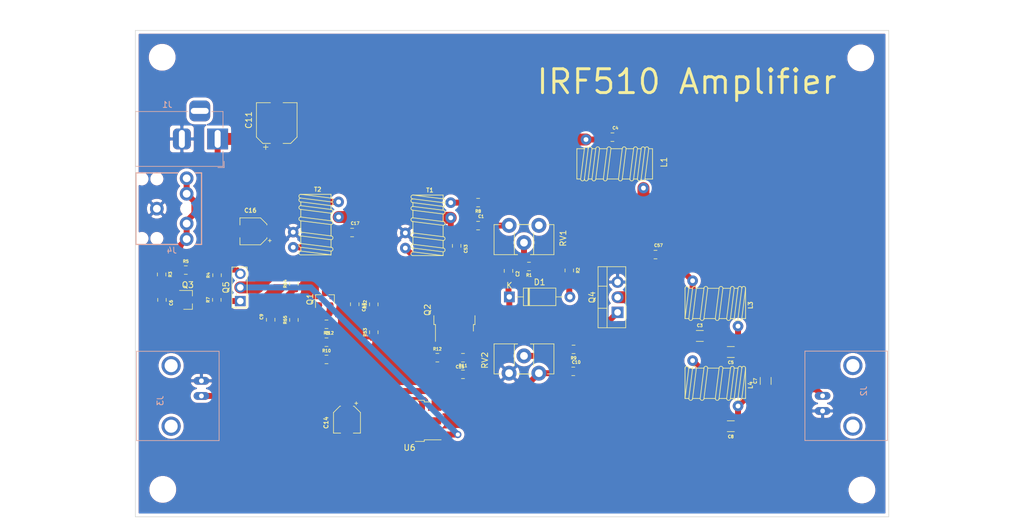
<source format=kicad_pcb>
(kicad_pcb (version 20171130) (host pcbnew "(5.1.10)-1")
  (layers (0 F.Cu signal) (31 B.Cu signal) (34 B.Paste user) (35 F.Paste user) (36 B.SilkS user) (37 F.SilkS user) (38 B.Mask user) (39 F.Mask user) (44 Edge.Cuts user))
  (net 0 "")
  (net 1 GND)
  (net 2 "Net-(C3-Pad1)")
  (net 3 "Net-(C5-Pad1)")
  (net 4 +12V)
  (net 5 "Net-(C7-Pad1)")
  (net 6 "Net-(C9-Pad2)")
  (net 7 "Net-(C9-Pad1)")
  (net 8 +5V)
  (net 9 "Net-(C57-Pad1)")
  (net 10 "Net-(C1-Pad2)")
  (net 11 "Net-(C1-Pad1)")
  (net 12 "Net-(C2-Pad2)")
  (net 13 "Net-(C2-Pad1)")
  (net 14 "Net-(D1-Pad2)")
  (net 15 "Net-(C6-Pad1)")
  (net 16 "Net-(Q3-Pad3)")
  (net 17 "Net-(Q5-Pad1)")
  (net 18 "Net-(J4-PadRING)")
  (net 19 12V-On)
  (net 20 "Net-(R9-Pad1)")
  (net 21 "Net-(C12-Pad2)")
  (net 22 "Net-(C12-Pad1)")
  (net 23 "Net-(C13-Pad2)")
  (net 24 "Net-(C13-Pad1)")
  (net 25 "Net-(C15-Pad2)")
  (net 26 "Net-(C15-Pad1)")
  (net 27 "Net-(Q1-Pad3)")
  (net 28 "Net-(Q2-Pad2)")
  (module MountingHole:MountingHole_3.5mm (layer F.Cu) (at 197.5 96.9)
    (fp_text reference " " (at 0 -4.5) (layer F.SilkS))
    (fp_text value " ")
    (pad 1 np_thru_hole circle (at 0 0) (size 3.5 3.5) (drill 3.5) (layers *.Cu *.Mask))
  )
  (module MountingHole:MountingHole_3.5mm (layer F.Cu) (at 197.3 24.4)
    (fp_text reference " " (at 0 -4.5) (layer F.SilkS))
    (fp_text value " ")
    (pad 1 np_thru_hole circle (at 0 0) (size 3.5 3.5) (drill 3.5) (layers *.Cu *.Mask))
  )
  (module MountingHole:MountingHole_3.5mm (layer F.Cu) (at 80.2 96.8)
    (fp_text reference " " (at 0 -4.5) (layer F.SilkS))
    (fp_text value " ")
    (pad 1 np_thru_hole circle (at 0 0) (size 3.5 3.5) (drill 3.5) (layers *.Cu *.Mask))
  )
  (module MountingHole:MountingHole_3.5mm (layer F.Cu) (at 80.1 24.3)
    (fp_text reference " " (at 0 -4.5) (layer F.SilkS))
    (fp_text value " ")
    (pad 1 np_thru_hole circle (at 0 0) (size 3.5 3.5) (drill 3.5) (layers *.Cu *.Mask))
  )
  (module "Xenir:Capacitor 0805" (layer F.Cu) (at 111.9625 51.16)
    (fp_text reference C17 (at 0.5 1) (layer F.SilkS) (effects (font (size 0.5 0.5) (thickness 0.125))))
    (fp_text value .1uF)
    (pad 2 smd roundrect (at 0.9375 2.54) (size 0.975 1.4) (layers F.Cu F.Paste F.Mask) (net 1 GND))
    (pad 1 smd roundrect (at -0.9375 2.54) (size 0.975 1.4) (layers F.Cu F.Paste F.Mask) (net 19 12V-On))
  )
  (module Xenir:Cap_4x5.4 (layer F.Cu) (at 95.4 54 180)
    (fp_text reference C16 (at 0.5 4) (layer F.SilkS) (effects (font (size 0.7 0.7))))
    (fp_text value 22uF)
    (pad 2 smd roundrect (at 1.8 0.5 180) (size 2.6 1.6) (layers F.Cu F.Paste F.Mask) (roundrect_rratio 0.15625) (net 1 GND))
    (pad 1 smd roundrect (at -1.8 0.5 180) (size 2.6 1.6) (layers F.Cu F.Paste F.Mask) (roundrect_rratio 0.15625) (net 19 12V-On))
  )
  (module "Xenir:Resistor 0805" (layer F.Cu) (at 91.8 65 270)
    (fp_text reference R7 (at 0 4 90) (layer F.SilkS) (effects (font (size 0.5 0.5) (thickness 0.125))))
    (fp_text value 10k)
    (pad 2 smd roundrect (at 0.9375 2.54 270) (size 0.975 1.4) (layers F.Cu F.Paste F.Mask) (net 16 "Net-(Q3-Pad3)"))
    (pad 1 smd roundrect (at -0.9375 2.54 270) (size 0.975 1.4) (layers F.Cu F.Paste F.Mask) (net 17 "Net-(Q5-Pad1)"))
  )
  (module "Xenir:T37 Transformer" (layer F.Cu) (at 105.89 45.37)
    (fp_text reference T2 (at 0.3 1.1) (layer F.SilkS) (effects (font (size 0.7 0.7))))
    (fp_text value "T37-43 25T:8T")
    (pad C1B thru_hole circle (at 3.81 5.73) (size 1.778 1.778) (drill 0.8) (layers *.Cu *.Mask) (net 19 12V-On))
    (pad C1A thru_hole circle (at -3.81 10.81) (size 1.778 1.778) (drill 0.8) (layers *.Cu *.Mask) (net 27 "Net-(Q1-Pad3)"))
    (pad C2B thru_hole circle (at 3.81 3.19) (size 1.778 1.778) (drill 0.8) (layers *.Cu *.Mask) (net 24 "Net-(C13-Pad1)"))
    (pad C2A thru_hole circle (at -3.81 8.27) (size 1.778 1.778) (drill 0.8) (layers *.Cu *.Mask) (net 1 GND))
  )
  (module "Xenir:Resistor 0805" (layer F.Cu) (at 126.2625 77.24 180)
    (fp_text reference R12 (at 0 4) (layer F.SilkS) (effects (font (size 0.5 0.5) (thickness 0.125))))
    (fp_text value 18)
    (pad 2 smd roundrect (at 0.9375 2.54 180) (size 0.975 1.4) (layers F.Cu F.Paste F.Mask) (net 1 GND))
    (pad 1 smd roundrect (at -0.9375 2.54 180) (size 0.975 1.4) (layers F.Cu F.Paste F.Mask) (net 25 "Net-(C15-Pad2)"))
  )
  (module "Xenir:Resistor 0805" (layer F.Cu) (at 130.5625 80.04 180)
    (fp_text reference R11 (at 0 4) (layer F.SilkS) (effects (font (size 0.5 0.5) (thickness 0.125))))
    (fp_text value 18)
    (pad 2 smd roundrect (at 0.9375 2.54 180) (size 0.975 1.4) (layers F.Cu F.Paste F.Mask) (net 1 GND))
    (pad 1 smd roundrect (at -0.9375 2.54 180) (size 0.975 1.4) (layers F.Cu F.Paste F.Mask) (net 26 "Net-(C15-Pad1)"))
  )
  (module "Xenir:Resistor 0805" (layer F.Cu) (at 107.6625 77.54 180)
    (fp_text reference R10 (at 0 4) (layer F.SilkS) (effects (font (size 0.5 0.5) (thickness 0.125))))
    (fp_text value 62)
    (pad 2 smd roundrect (at 0.9375 2.54 180) (size 0.975 1.4) (layers F.Cu F.Paste F.Mask) (net 1 GND))
    (pad 1 smd roundrect (at -0.9375 2.54 180) (size 0.975 1.4) (layers F.Cu F.Paste F.Mask) (net 21 "Net-(C12-Pad2)"))
  )
  (module "Xenir:Capacitor 0805" (layer F.Cu) (at 130.5625 77.24 180)
    (fp_text reference C15 (at 0.5 1) (layer F.SilkS) (effects (font (size 0.5 0.5) (thickness 0.125))))
    (fp_text value .1uF)
    (pad 2 smd roundrect (at 0.9375 2.54 180) (size 0.975 1.4) (layers F.Cu F.Paste F.Mask) (net 25 "Net-(C15-Pad2)"))
    (pad 1 smd roundrect (at -0.9375 2.54 180) (size 0.975 1.4) (layers F.Cu F.Paste F.Mask) (net 26 "Net-(C15-Pad1)"))
  )
  (module "Xenir:Capacitor 0805" (layer F.Cu) (at 114.94 65.7375 270)
    (fp_text reference C13 (at 0.5 1 90) (layer F.SilkS) (effects (font (size 0.5 0.5) (thickness 0.125))))
    (fp_text value .1uF)
    (pad 2 smd roundrect (at 0.9375 2.54 270) (size 0.975 1.4) (layers F.Cu F.Paste F.Mask) (net 23 "Net-(C13-Pad2)"))
    (pad 1 smd roundrect (at -0.9375 2.54 270) (size 0.975 1.4) (layers F.Cu F.Paste F.Mask) (net 24 "Net-(C13-Pad1)"))
  )
  (module "Xenir:Capacitor 0805" (layer F.Cu) (at 107.6625 69.56)
    (fp_text reference C12 (at 0.5 1) (layer F.SilkS) (effects (font (size 0.5 0.5) (thickness 0.125))))
    (fp_text value .1uF)
    (pad 2 smd roundrect (at 0.9375 2.54) (size 0.975 1.4) (layers F.Cu F.Paste F.Mask) (net 21 "Net-(C12-Pad2)"))
    (pad 1 smd roundrect (at -0.9375 2.54) (size 0.975 1.4) (layers F.Cu F.Paste F.Mask) (net 22 "Net-(C12-Pad1)"))
  )
  (module "Xenir:Resistor 0805" (layer F.Cu) (at 149.114 70.776)
    (fp_text reference R9 (at 0 4) (layer F.SilkS) (effects (font (size 0.5 0.5) (thickness 0.125))))
    (fp_text value 2.7k)
    (pad 2 smd roundrect (at 0.9375 2.54) (size 0.975 1.4) (layers F.Cu F.Paste F.Mask) (net 12 "Net-(C2-Pad2)"))
    (pad 1 smd roundrect (at -0.9375 2.54) (size 0.975 1.4) (layers F.Cu F.Paste F.Mask) (net 20 "Net-(R9-Pad1)"))
  )
  (module "Xenir:Resistor 0805" (layer F.Cu) (at 133.106 46.137)
    (fp_text reference R8 (at 0 4) (layer F.SilkS) (effects (font (size 0.5 0.5) (thickness 0.125))))
    (fp_text value 1k)
    (pad 2 smd roundrect (at 0.9375 2.54) (size 0.975 1.4) (layers F.Cu F.Paste F.Mask) (net 1 GND))
    (pad 1 smd roundrect (at -0.9375 2.54) (size 0.975 1.4) (layers F.Cu F.Paste F.Mask) (net 11 "Net-(C1-Pad1)"))
  )
  (module "Xenir:Capacitor 0805" (layer F.Cu) (at 149.0655 74.459)
    (fp_text reference C10 (at 0.5 1) (layer F.SilkS) (effects (font (size 0.5 0.5) (thickness 0.125))))
    (fp_text value .1uF)
    (pad 2 smd roundrect (at 0.9375 2.54) (size 0.975 1.4) (layers F.Cu F.Paste F.Mask) (net 1 GND))
    (pad 1 smd roundrect (at -0.9375 2.54) (size 0.975 1.4) (layers F.Cu F.Paste F.Mask) (net 8 +5V))
  )
  (module Xenir:Audio_Jack (layer B.Cu) (at 81.2 58.2)
    (fp_text reference J4 (at 0.5 -1.5) (layer B.SilkS) (effects (justify mirror)))
    (fp_text value Audio_Jack)
    (pad "" np_thru_hole circle (at -4.5 -3.5) (size 1.2 1.2) (drill 1.2) (layers *.Cu *.Mask))
    (pad "" np_thru_hole circle (at -2 -3.5) (size 1.2 1.2) (drill 1.2) (layers *.Cu *.Mask))
    (pad RING thru_hole circle (at 3 -3.4) (size 2.3 2.3) (drill 1.3) (layers *.Cu *.Mask) (net 18 "Net-(J4-PadRING)"))
    (pad "" np_thru_hole circle (at 3 -8.5) (size 1.2 1.2) (drill 1.2) (layers *.Cu *.Mask))
    (pad SLEEVE thru_hole circle (at -2 -8.5) (size 2.3 2.3) (drill 1.3) (layers *.Cu *.Mask) (net 1 GND))
    (pad "" np_thru_hole circle (at -2 -13.5) (size 1.2 1.2) (drill 1.2) (layers *.Cu *.Mask))
    (pad TIP thru_hole circle (at 3 -13.6) (size 2.3 2.3) (drill 1.3) (layers *.Cu *.Mask) (net 18 "Net-(J4-PadRING)"))
    (pad TSH thru_hole circle (at 3 -11) (size 2.3 2.3) (drill 1.3) (layers *.Cu *.Mask) (net 18 "Net-(J4-PadRING)"))
    (pad "" np_thru_hole circle (at -4.5 -13.5) (size 1.2 1.2) (drill 1.2) (layers *.Cu *.Mask))
    (pad RSH thru_hole circle (at 3 -6) (size 2.3 2.3) (drill 1.3) (layers *.Cu *.Mask) (net 18 "Net-(J4-PadRING)"))
  )
  (module "Xenir:Resistor 0805" (layer F.Cu) (at 84.0625 62.54 180)
    (fp_text reference R5 (at 0 4) (layer F.SilkS) (effects (font (size 0.5 0.5) (thickness 0.125))))
    (fp_text value 1.5k)
    (pad 2 smd roundrect (at 0.9375 2.54 180) (size 0.975 1.4) (layers F.Cu F.Paste F.Mask) (net 18 "Net-(J4-PadRING)"))
    (pad 1 smd roundrect (at -0.9375 2.54 180) (size 0.975 1.4) (layers F.Cu F.Paste F.Mask) (net 15 "Net-(C6-Pad1)"))
  )
  (module "Xenir:Resistor 0805" (layer F.Cu) (at 91.84 60.8625 270)
    (fp_text reference R4 (at 0 4 90) (layer F.SilkS) (effects (font (size 0.5 0.5) (thickness 0.125))))
    (fp_text value 10k)
    (pad 2 smd roundrect (at 0.9375 2.54 270) (size 0.975 1.4) (layers F.Cu F.Paste F.Mask) (net 17 "Net-(Q5-Pad1)"))
    (pad 1 smd roundrect (at -0.9375 2.54 270) (size 0.975 1.4) (layers F.Cu F.Paste F.Mask) (net 4 +12V))
  )
  (module "Xenir:Resistor 0805" (layer F.Cu) (at 77.46 60.7375 90)
    (fp_text reference R3 (at 0 4 90) (layer F.SilkS) (effects (font (size 0.5 0.5) (thickness 0.125))))
    (fp_text value 10k)
    (pad 2 smd roundrect (at 0.9375 2.54 90) (size 0.975 1.4) (layers F.Cu F.Paste F.Mask) (net 18 "Net-(J4-PadRING)"))
    (pad 1 smd roundrect (at -0.9375 2.54 90) (size 0.975 1.4) (layers F.Cu F.Paste F.Mask) (net 1 GND))
  )
  (module Package_TO_SOT_THT:TO-251-3_Vertical (layer F.Cu) (at 93.2 65.2 90)
    (fp_text reference Q5 (at 2.29 -2.39 90) (layer F.SilkS))
    (fp_text value IRFU9024)
    (pad 3 thru_hole oval (at 4.58 0 90) (size 1.7175 1.8) (drill 1.1) (layers *.Cu *.Mask) (net 4 +12V))
    (pad 2 thru_hole oval (at 2.29 0 90) (size 1.7175 1.8) (drill 1.1) (layers *.Cu *.Mask) (net 19 12V-On))
    (pad 1 thru_hole rect (at 0 0 90) (size 1.7175 1.8) (drill 1.1) (layers *.Cu *.Mask) (net 17 "Net-(Q5-Pad1)"))
  )
  (module Package_TO_SOT_SMD:SOT-23 (layer F.Cu) (at 84.4 65)
    (fp_text reference Q3 (at 0 -2.5) (layer F.SilkS))
    (fp_text value BS170F)
    (pad 3 smd rect (at 1 0) (size 0.9 0.8) (layers F.Cu F.Paste F.Mask) (net 16 "Net-(Q3-Pad3)"))
    (pad 2 smd rect (at -1 0.95) (size 0.9 0.8) (layers F.Cu F.Paste F.Mask) (net 1 GND))
    (pad 1 smd rect (at -1 -0.95) (size 0.9 0.8) (layers F.Cu F.Paste F.Mask) (net 15 "Net-(C6-Pad1)"))
  )
  (module "Xenir:Capacitor 0805" (layer F.Cu) (at 82.6 65 270)
    (fp_text reference C6 (at 0.5 1 90) (layer F.SilkS) (effects (font (size 0.5 0.5) (thickness 0.125))))
    (fp_text value .1uF)
    (pad 2 smd roundrect (at 0.9375 2.54 270) (size 0.975 1.4) (layers F.Cu F.Paste F.Mask) (net 1 GND))
    (pad 1 smd roundrect (at -0.9375 2.54 270) (size 0.975 1.4) (layers F.Cu F.Paste F.Mask) (net 15 "Net-(C6-Pad1)"))
  )
  (module Package_TO_SOT_SMD:TO-252-3_TabPin2 (layer F.Cu) (at 121.6 85.3 180)
    (fp_text reference U6 (at 0 -4.5) (layer F.SilkS))
    (fp_text value MCP1703A-2502_SOT223)
    (pad 2 smd rect (at 2.1 0 180) (size 6.4 5.8) (layers F.Cu F.Mask) (net 1 GND))
    (pad 3 smd rect (at -4.2 2.28 180) (size 2.2 1.2) (layers F.Cu F.Paste F.Mask) (net 8 +5V))
    (pad 2 smd rect (at -4.2 0 180) (size 2.2 1.2) (layers F.Cu F.Paste F.Mask) (net 1 GND))
    (pad 1 smd rect (at -4.2 -2.28 180) (size 2.2 1.2) (layers F.Cu F.Paste F.Mask) (net 19 12V-On))
  )
  (module "Xenir:T37 Transformer" (layer F.Cu) (at 124.7 45.5)
    (fp_text reference T1 (at 0.3 1.1) (layer F.SilkS) (effects (font (size 0.7 0.7))))
    (fp_text value "T37-43 8T:4T")
    (pad C1B thru_hole circle (at 3.81 5.73) (size 1.778 1.778) (drill 0.8) (layers *.Cu *.Mask) (net 19 12V-On))
    (pad C1A thru_hole circle (at -3.81 10.81) (size 1.778 1.778) (drill 0.8) (layers *.Cu *.Mask) (net 28 "Net-(Q2-Pad2)"))
    (pad C2B thru_hole circle (at 3.81 3.19) (size 1.778 1.778) (drill 0.8) (layers *.Cu *.Mask) (net 11 "Net-(C1-Pad1)"))
    (pad C2A thru_hole circle (at -3.81 8.27) (size 1.778 1.778) (drill 0.8) (layers *.Cu *.Mask) (net 1 GND))
  )
  (module "Xenir:Trimpot Vertical" (layer F.Cu) (at 135.506 75.903 90)
    (fp_text reference RV2 (at 0.762 -1.27 90) (layer F.SilkS))
    (fp_text value R_POT)
    (pad 1 thru_hole circle (at -1.397 2.794 90) (size 2.5 2.5) (drill 1.3) (layers *.Cu *.Mask) (net 1 GND))
    (pad 3 thru_hole circle (at -1.397 7.794 90) (size 2.5 2.5) (drill 1.3) (layers *.Cu *.Mask) (net 8 +5V))
    (pad 2 thru_hole circle (at 1.503 5.294 90) (size 2.5 2.5) (drill 1.3) (layers *.Cu *.Mask) (net 20 "Net-(R9-Pad1)"))
  )
  (module "Xenir:Trimpot Vertical" (layer F.Cu) (at 146.094 53.897 270)
    (fp_text reference RV1 (at 0.762 -1.27 90) (layer F.SilkS))
    (fp_text value R_POT)
    (pad 1 thru_hole circle (at -1.397 2.794 270) (size 2.5 2.5) (drill 1.3) (layers *.Cu *.Mask))
    (pad 3 thru_hole circle (at -1.397 7.794 270) (size 2.5 2.5) (drill 1.3) (layers *.Cu *.Mask) (net 10 "Net-(C1-Pad2)"))
    (pad 2 thru_hole circle (at 1.503 5.294 270) (size 2.5 2.5) (drill 1.3) (layers *.Cu *.Mask) (net 13 "Net-(C2-Pad1)"))
  )
  (module "Xenir:Resistor 0805" (layer F.Cu) (at 145.86 60.0625 90)
    (fp_text reference R2 (at 0 4 90) (layer F.SilkS) (effects (font (size 0.5 0.5) (thickness 0.125))))
    (fp_text value 10)
    (pad 2 smd roundrect (at 0.9375 2.54 90) (size 0.975 1.4) (layers F.Cu F.Paste F.Mask) (net 1 GND))
    (pad 1 smd roundrect (at -0.9375 2.54 90) (size 0.975 1.4) (layers F.Cu F.Paste F.Mask) (net 14 "Net-(D1-Pad2)"))
  )
  (module "Xenir:Resistor 0805" (layer F.Cu) (at 141.6375 56.86)
    (fp_text reference R1 (at 0 4) (layer F.SilkS) (effects (font (size 0.5 0.5) (thickness 0.125))))
    (fp_text value 33)
    (pad 2 smd roundrect (at 0.9375 2.54) (size 0.975 1.4) (layers F.Cu F.Paste F.Mask) (net 1 GND))
    (pad 1 smd roundrect (at -0.9375 2.54) (size 0.975 1.4) (layers F.Cu F.Paste F.Mask) (net 13 "Net-(C2-Pad1)"))
  )
  (module Xenir:T50_Inductor (layer F.Cu) (at 164.789 41.91 270)
    (fp_text reference L1 (at 0 0.5 90) (layer F.SilkS))
    (fp_text value "T50-43 10T")
    (pad 1 thru_hole circle (at -3.81 13.589 270) (size 1.778 1.778) (drill 0.8) (layers *.Cu *.Mask) (net 4 +12V))
    (pad 2 thru_hole circle (at 4.334 3.944 270) (size 1.778 1.778) (drill 0.8) (layers *.Cu *.Mask) (net 9 "Net-(C57-Pad1)"))
  )
  (module Diode_THT:D_A-405_P10.16mm_Horizontal (layer F.Cu) (at 138.34 64.5)
    (fp_text reference D1 (at 5.08 -2.47) (layer F.SilkS))
    (fp_text value D_Zener)
    (fp_text user K (at 0 -1.9) (layer F.SilkS))
    (pad 2 thru_hole oval (at 10.16 0) (size 1.8 1.8) (drill 0.9) (layers *.Cu *.Mask) (net 14 "Net-(D1-Pad2)"))
    (pad 1 thru_hole rect (at 0 0) (size 1.8 1.8) (drill 0.9) (layers *.Cu *.Mask) (net 12 "Net-(C2-Pad2)"))
  )
  (module "Xenir:Capacitor 0805" (layer F.Cu) (at 155.6375 35.16)
    (fp_text reference C4 (at 0.5 1) (layer F.SilkS) (effects (font (size 0.5 0.5) (thickness 0.125))))
    (fp_text value .1uF)
    (pad 2 smd roundrect (at 0.9375 2.54) (size 0.975 1.4) (layers F.Cu F.Paste F.Mask) (net 1 GND))
    (pad 1 smd roundrect (at -0.9375 2.54) (size 0.975 1.4) (layers F.Cu F.Paste F.Mask) (net 4 +12V))
  )
  (module "Xenir:Capacitor 0805" (layer F.Cu) (at 140.74 60.1375 270)
    (fp_text reference C2 (at 0.5 1 90) (layer F.SilkS) (effects (font (size 0.5 0.5) (thickness 0.125))))
    (fp_text value .1uF)
    (pad 2 smd roundrect (at 0.9375 2.54 270) (size 0.975 1.4) (layers F.Cu F.Paste F.Mask) (net 12 "Net-(C2-Pad2)"))
    (pad 1 smd roundrect (at -0.9375 2.54 270) (size 0.975 1.4) (layers F.Cu F.Paste F.Mask) (net 13 "Net-(C2-Pad1)"))
  )
  (module "Xenir:Capacitor 0805" (layer F.Cu) (at 133.1 50)
    (fp_text reference C1 (at 0.5 1) (layer F.SilkS) (effects (font (size 0.5 0.5) (thickness 0.125))))
    (fp_text value .1uF)
    (pad 2 smd roundrect (at 0.9375 2.54) (size 0.975 1.4) (layers F.Cu F.Paste F.Mask) (net 10 "Net-(C1-Pad2)"))
    (pad 1 smd roundrect (at -0.9375 2.54) (size 0.975 1.4) (layers F.Cu F.Paste F.Mask) (net 11 "Net-(C1-Pad1)"))
  )
  (module "Xenir:Resistor 0805" (layer F.Cu) (at 104.74 68.3625 270)
    (fp_text reference R65 (at 0 4 90) (layer F.SilkS) (effects (font (size 0.5 0.5) (thickness 0.125))))
    (fp_text value 1k)
    (pad 2 smd roundrect (at 0.9375 2.54 270) (size 0.975 1.4) (layers F.Cu F.Paste F.Mask) (net 1 GND))
    (pad 1 smd roundrect (at -0.9375 2.54 270) (size 0.975 1.4) (layers F.Cu F.Paste F.Mask) (net 6 "Net-(C9-Pad2)"))
  )
  (module "Xenir:Resistor 0805" (layer F.Cu) (at 104.74 62.3 270)
    (fp_text reference R64 (at 0 4 90) (layer F.SilkS) (effects (font (size 0.5 0.5) (thickness 0.125))))
    (fp_text value 4.7k)
    (pad 2 smd roundrect (at 0.9375 2.54 270) (size 0.975 1.4) (layers F.Cu F.Paste F.Mask) (net 6 "Net-(C9-Pad2)"))
    (pad 1 smd roundrect (at -0.9375 2.54 270) (size 0.975 1.4) (layers F.Cu F.Paste F.Mask) (net 19 12V-On))
  )
  (module "Xenir:Resistor 0805" (layer F.Cu) (at 118.14 70.4375 270)
    (fp_text reference R53 (at 0 4 90) (layer F.SilkS) (effects (font (size 0.5 0.5) (thickness 0.125))))
    (fp_text value 6.8k)
    (pad 2 smd roundrect (at 0.9375 2.54 270) (size 0.975 1.4) (layers F.Cu F.Paste F.Mask) (net 1 GND))
    (pad 1 smd roundrect (at -0.9375 2.54 270) (size 0.975 1.4) (layers F.Cu F.Paste F.Mask) (net 23 "Net-(C13-Pad2)"))
  )
  (module "Xenir:Resistor 0805" (layer F.Cu) (at 118.14 65.7625 270)
    (fp_text reference R52 (at 0 4 90) (layer F.SilkS) (effects (font (size 0.5 0.5) (thickness 0.125))))
    (fp_text value 24k)
    (pad 2 smd roundrect (at 0.9375 2.54 270) (size 0.975 1.4) (layers F.Cu F.Paste F.Mask) (net 23 "Net-(C13-Pad2)"))
    (pad 1 smd roundrect (at -0.9375 2.54 270) (size 0.975 1.4) (layers F.Cu F.Paste F.Mask) (net 19 12V-On))
  )
  (module "Xenir:Resistor 0805" (layer F.Cu) (at 107.6625 66.56)
    (fp_text reference R6 (at 0 4) (layer F.SilkS) (effects (font (size 0.5 0.5) (thickness 0.125))))
    (fp_text value 62)
    (pad 2 smd roundrect (at 0.9375 2.54) (size 0.975 1.4) (layers F.Cu F.Paste F.Mask) (net 1 GND))
    (pad 1 smd roundrect (at -0.9375 2.54) (size 0.975 1.4) (layers F.Cu F.Paste F.Mask) (net 22 "Net-(C12-Pad1)"))
  )
  (module Package_TO_SOT_THT:TO-220-3_Vertical (layer F.Cu) (at 156.5 67.1 90)
    (fp_text reference Q4 (at 2.54 -4.27 90) (layer F.SilkS))
    (fp_text value IRF510)
    (pad 3 thru_hole oval (at 5.08 0 90) (size 1.905 2) (drill 1.1) (layers *.Cu *.Mask) (net 1 GND))
    (pad 2 thru_hole oval (at 2.54 0 90) (size 1.905 2) (drill 1.1) (layers *.Cu *.Mask) (net 9 "Net-(C57-Pad1)"))
    (pad 1 thru_hole rect (at 0 0 90) (size 1.905 2) (drill 1.1) (layers *.Cu *.Mask) (net 12 "Net-(C2-Pad2)"))
  )
  (module Package_TO_SOT_SMD:TO-252-2 (layer F.Cu) (at 129.125 66.675 90)
    (fp_text reference Q2 (at 0 -4.5 90) (layer F.SilkS))
    (fp_text value 2SC5706)
    (pad 2 smd rect (at 2.1 0 90) (size 6.4 5.8) (layers F.Cu F.Mask) (net 28 "Net-(Q2-Pad2)"))
    (pad 3 smd rect (at -4.2 2.28 90) (size 2.2 1.2) (layers F.Cu F.Paste F.Mask) (net 26 "Net-(C15-Pad1)"))
    (pad 1 smd rect (at -4.2 -2.28 90) (size 2.2 1.2) (layers F.Cu F.Paste F.Mask) (net 23 "Net-(C13-Pad2)"))
  )
  (module Package_TO_SOT_SMD:SOT-23 (layer F.Cu) (at 107.4 64.9 90)
    (fp_text reference Q1 (at 0 -2.5 90) (layer F.SilkS))
    (fp_text value 2N3904-SMD)
    (pad 3 smd rect (at 1 0 90) (size 0.9 0.8) (layers F.Cu F.Paste F.Mask) (net 27 "Net-(Q1-Pad3)"))
    (pad 2 smd rect (at -1 0.95 90) (size 0.9 0.8) (layers F.Cu F.Paste F.Mask) (net 22 "Net-(C12-Pad1)"))
    (pad 1 smd rect (at -1 -0.95 90) (size 0.9 0.8) (layers F.Cu F.Paste F.Mask) (net 6 "Net-(C9-Pad2)"))
  )
  (module Xenir:T37_Inductor (layer F.Cu) (at 179.9 79 270)
    (fp_text reference L4 (at 0.3 1.1 90) (layer F.SilkS) (effects (font (size 0.7 0.7))))
    (fp_text value "18T T37-6")
    (pad 1 thru_hole circle (at -3.81 10.81 270) (size 1.778 1.778) (drill 0.8) (layers *.Cu *.Mask) (net 3 "Net-(C5-Pad1)"))
    (pad 2 thru_hole circle (at 3.81 3.19 270) (size 1.778 1.778) (drill 0.8) (layers *.Cu *.Mask) (net 5 "Net-(C7-Pad1)"))
  )
  (module Xenir:T37_Inductor (layer F.Cu) (at 179.9 65.6 270)
    (fp_text reference L3 (at 0.3 1.1 90) (layer F.SilkS) (effects (font (size 0.7 0.7))))
    (fp_text value "14T T37-6")
    (pad 1 thru_hole circle (at -3.81 10.81 270) (size 1.778 1.778) (drill 0.8) (layers *.Cu *.Mask) (net 2 "Net-(C3-Pad1)"))
    (pad 2 thru_hole circle (at 3.81 3.19 270) (size 1.778 1.778) (drill 0.8) (layers *.Cu *.Mask) (net 3 "Net-(C5-Pad1)"))
  )
  (module Xenir:BNC (layer B.Cu) (at 82.78 81.22 270)
    (fp_text reference J3 (at 0.7 3 270) (layer B.SilkS) (effects (justify mirror)))
    (fp_text value BNC)
    (pad S thru_hole oval (at -0.1 -3.9 180) (size 2.616 1.308) (drill 0.8) (layers *.Cu *.Mask) (net 7 "Net-(C9-Pad1)"))
    (pad GND thru_hole oval (at -2.64 -3.9 180) (size 2.616 1.308) (drill 0.8) (layers *.Cu *.Mask) (net 1 GND))
    (pad 3 thru_hole circle (at -5.18 1.18 270) (size 3.216 3.216) (drill 2.2) (layers *.Cu *.Mask))
    (pad 4 thru_hole circle (at 4.98 1.18 270) (size 3.216 3.216) (drill 2.2) (layers *.Cu *.Mask))
  )
  (module Xenir:BNC (layer B.Cu) (at 194.8 81 90)
    (fp_text reference J2 (at 0.7 3 -90) (layer B.SilkS) (effects (justify mirror)))
    (fp_text value BNC)
    (pad S thru_hole oval (at -0.1 -3.9) (size 2.616 1.308) (drill 0.8) (layers *.Cu *.Mask) (net 5 "Net-(C7-Pad1)"))
    (pad GND thru_hole oval (at -2.64 -3.9) (size 2.616 1.308) (drill 0.8) (layers *.Cu *.Mask) (net 1 GND))
    (pad 3 thru_hole circle (at -5.18 1.18 90) (size 3.216 3.216) (drill 2.2) (layers *.Cu *.Mask))
    (pad 4 thru_hole circle (at 4.98 1.18 90) (size 3.216 3.216) (drill 2.2) (layers *.Cu *.Mask))
  )
  (module Connector_BarrelJack:BarrelJack_Horizontal (layer B.Cu) (at 89.4 38)
    (fp_text reference J1 (at -8.45 -5.75) (layer B.SilkS) (effects (justify mirror)))
    (fp_text value Jack-DC)
    (pad 3 thru_hole roundrect (at -3 -4.7) (size 3.5 3.5) (drill oval 3 1) (layers *.Cu *.Mask))
    (pad 2 thru_hole roundrect (at -6 0) (size 3 3.5) (drill oval 1 3) (layers *.Cu *.Mask) (net 1 GND))
    (pad 1 thru_hole rect (at 0 0) (size 3.5 3.5) (drill oval 1 3) (layers *.Cu *.Mask) (net 4 +12V))
  )
  (module "Xenir:Capacitor 0805" (layer F.Cu) (at 162.8625 54.86)
    (fp_text reference C57 (at 0.5 1) (layer F.SilkS) (effects (font (size 0.5 0.5) (thickness 0.125))))
    (fp_text value .1uF)
    (pad 2 smd roundrect (at 0.9375 2.54) (size 0.975 1.4) (layers F.Cu F.Paste F.Mask) (net 2 "Net-(C3-Pad1)"))
    (pad 1 smd roundrect (at -0.9375 2.54) (size 0.975 1.4) (layers F.Cu F.Paste F.Mask) (net 9 "Net-(C57-Pad1)"))
  )
  (module "Xenir:Capacitor 0805" (layer F.Cu) (at 132.04 55.9375 270)
    (fp_text reference C53 (at 0.5 1 90) (layer F.SilkS) (effects (font (size 0.5 0.5) (thickness 0.125))))
    (fp_text value .1uF)
    (pad 2 smd roundrect (at 0.9375 2.54 270) (size 0.975 1.4) (layers F.Cu F.Paste F.Mask) (net 1 GND))
    (pad 1 smd roundrect (at -0.9375 2.54 270) (size 0.975 1.4) (layers F.Cu F.Paste F.Mask) (net 19 12V-On))
  )
  (module Xenir:Cap_4x5.4 (layer F.Cu) (at 111.6 85.1 270)
    (fp_text reference C14 (at 0.5 4 90) (layer F.SilkS) (effects (font (size 0.7 0.7))))
    (fp_text value 22uF)
    (pad 2 smd roundrect (at 1.8 0.5 270) (size 2.6 1.6) (layers F.Cu F.Paste F.Mask) (roundrect_rratio 0.15625) (net 1 GND))
    (pad 1 smd roundrect (at -1.8 0.5 270) (size 2.6 1.6) (layers F.Cu F.Paste F.Mask) (roundrect_rratio 0.15625) (net 8 +5V))
  )
  (module Xenir:Cap_6.3x5.4 (layer F.Cu) (at 93.218 35.433 90)
    (fp_text reference C11 (at 0.6 1.4 90) (layer F.SilkS))
    (fp_text value 100uF)
    (pad 2 smd roundrect (at 2.9 6.1 90) (size 3.5 1.6) (layers F.Cu F.Paste F.Mask) (roundrect_rratio 0.15625) (net 1 GND))
    (pad 1 smd roundrect (at -2.7 6.1 90) (size 3.5 1.6) (layers F.Cu F.Paste F.Mask) (roundrect_rratio 0.15625) (net 4 +12V))
  )
  (module "Xenir:Capacitor 0805" (layer F.Cu) (at 95.76 68.3375 90)
    (fp_text reference C9 (at 0.5 1 90) (layer F.SilkS) (effects (font (size 0.5 0.5) (thickness 0.125))))
    (fp_text value .1uF)
    (pad 2 smd roundrect (at 0.9375 2.54 90) (size 0.975 1.4) (layers F.Cu F.Paste F.Mask) (net 6 "Net-(C9-Pad2)"))
    (pad 1 smd roundrect (at -0.9375 2.54 90) (size 0.975 1.4) (layers F.Cu F.Paste F.Mask) (net 7 "Net-(C9-Pad1)"))
  )
  (module "Xenir:Capacitor 1206" (layer F.Cu) (at 175.5 88.45 180)
    (fp_text reference C8 (at 0 0.5) (layer F.SilkS) (effects (font (size 0.5 0.5) (thickness 0.125))))
    (fp_text value 150p)
    (pad 2 smd roundrect (at 1.4 2.25 180) (size 1.25 1.75) (layers F.Cu F.Paste F.Mask) (roundrect_rratio 0.2) (net 1 GND))
    (pad 1 smd roundrect (at -1.4 2.25 180) (size 1.25 1.75) (layers F.Cu F.Paste F.Mask) (roundrect_rratio 0.2) (net 5 "Net-(C7-Pad1)"))
  )
  (module "Xenir:Capacitor 1206" (layer F.Cu) (at 179.1 78.6 90)
    (fp_text reference C7 (at 0 0.5 90) (layer F.SilkS) (effects (font (size 0.5 0.5) (thickness 0.125))))
    (fp_text value 33p)
    (pad 2 smd roundrect (at 1.4 2.25 90) (size 1.25 1.75) (layers F.Cu F.Paste F.Mask) (roundrect_rratio 0.2) (net 3 "Net-(C5-Pad1)"))
    (pad 1 smd roundrect (at -1.4 2.25 90) (size 1.25 1.75) (layers F.Cu F.Paste F.Mask) (roundrect_rratio 0.2) (net 5 "Net-(C7-Pad1)"))
  )
  (module "Xenir:Capacitor 1206" (layer F.Cu) (at 175.5 76 180)
    (fp_text reference C5 (at 0 0.5) (layer F.SilkS) (effects (font (size 0.5 0.5) (thickness 0.125))))
    (fp_text value 330p)
    (pad 2 smd roundrect (at 1.4 2.25 180) (size 1.25 1.75) (layers F.Cu F.Paste F.Mask) (roundrect_rratio 0.2) (net 1 GND))
    (pad 1 smd roundrect (at -1.4 2.25 180) (size 1.25 1.75) (layers F.Cu F.Paste F.Mask) (roundrect_rratio 0.2) (net 3 "Net-(C5-Pad1)"))
  )
  (module "Xenir:Capacitor 1206" (layer F.Cu) (at 170.3 68.8)
    (fp_text reference C3 (at 0 0.5) (layer F.SilkS) (effects (font (size 0.5 0.5) (thickness 0.125))))
    (fp_text value 150p)
    (pad 2 smd roundrect (at 1.4 2.25) (size 1.25 1.75) (layers F.Cu F.Paste F.Mask) (roundrect_rratio 0.2) (net 1 GND))
    (pad 1 smd roundrect (at -1.4 2.25) (size 1.25 1.75) (layers F.Cu F.Paste F.Mask) (roundrect_rratio 0.2) (net 2 "Net-(C3-Pad1)"))
  )
  (gr_text "IRF510 Amplifier" (at 168.1 28.4) (layer F.SilkS) (effects (font (size 4 4) (thickness 0.5))))
  (gr_line (start 202 19.8) (end 202 101.4) (layer Edge.Cuts) (width 0.1))
  (gr_line (start 75.6 19.8) (end 202 19.8) (layer Edge.Cuts) (width 0.1))
  (gr_line (start 75.6 101.4) (end 75.6 19.8) (layer Edge.Cuts) (width 0.1))
  (gr_line (start 202 101.4) (end 75.6 101.4) (layer Edge.Cuts) (width 0.1))
  (segment (start 119.5 85.3) (end 125.8 85.3) (width 1) (layer F.Cu) (net 1))
  (segment (start 169.09 70.86) (end 168.9 71.05) (width 1) (layer F.Cu) (net 2))
  (segment (start 169.09 61.79) (end 169.09 70.86) (width 1) (layer F.Cu) (net 2))
  (segment (start 169.08 61.8) (end 169.09 61.79) (width 1) (layer F.Cu) (net 2))
  (segment (start 164.7 57.4) (end 169.09 61.79) (width 1) (layer F.Cu) (net 2))
  (segment (start 163.8 57.4) (end 164.7 57.4) (width 1) (layer F.Cu) (net 2))
  (segment (start 176.71 73.56) (end 176.9 73.75) (width 1) (layer F.Cu) (net 3))
  (segment (start 176.71 69.41) (end 176.71 73.56) (width 1) (layer F.Cu) (net 3))
  (segment (start 177.9 73.75) (end 181.35 77.2) (width 1) (layer F.Cu) (net 3))
  (segment (start 176.9 73.75) (end 177.9 73.75) (width 1) (layer F.Cu) (net 3))
  (segment (start 176.9 74.625) (end 174.3 77.225) (width 1) (layer F.Cu) (net 3))
  (segment (start 176.9 73.75) (end 176.9 74.625) (width 1) (layer F.Cu) (net 3))
  (segment (start 171.125 77.225) (end 169.09 75.19) (width 1) (layer F.Cu) (net 3))
  (segment (start 174.3 77.225) (end 171.125 77.225) (width 1) (layer F.Cu) (net 3))
  (segment (start 154 38.1) (end 154.4 37.7) (width 1) (layer F.Cu) (net 4))
  (segment (start 151.2 38.1) (end 154 38.1) (width 1) (layer F.Cu) (net 4))
  (segment (start 99.185 38) (end 99.318 38.133) (width 2) (layer F.Cu) (net 4))
  (segment (start 89.4 38) (end 99.185 38) (width 2) (layer F.Cu) (net 4))
  (segment (start 92.505 59.925) (end 93.2 60.62) (width 1) (layer F.Cu) (net 4))
  (segment (start 89.3 59.925) (end 92.505 59.925) (width 1) (layer F.Cu) (net 4))
  (segment (start 89.4 59.825) (end 89.3 59.925) (width 1) (layer F.Cu) (net 4))
  (segment (start 89.4 38) (end 89.4 59.825) (width 1) (layer F.Cu) (net 4))
  (segment (start 100.118 38.133) (end 100.151 38.1) (width 2) (layer F.Cu) (net 4))
  (segment (start 99.318 38.133) (end 100.118 38.133) (width 2) (layer F.Cu) (net 4))
  (segment (start 100.151 38.1) (end 144.5 38.1) (width 2) (layer F.Cu) (net 4))
  (segment (start 144.5 38.1) (end 151.2 38.1) (width 2) (layer F.Cu) (net 4))
  (segment (start 179.52 80) (end 176.71 82.81) (width 1) (layer F.Cu) (net 5))
  (segment (start 181.35 80) (end 179.52 80) (width 1) (layer F.Cu) (net 5))
  (segment (start 176.71 86.01) (end 176.9 86.2) (width 1) (layer F.Cu) (net 5))
  (segment (start 176.71 82.81) (end 176.71 86.01) (width 1) (layer F.Cu) (net 5))
  (segment (start 189.8 80) (end 190.9 81.1) (width 1) (layer F.Cu) (net 5))
  (segment (start 181.35 80) (end 189.8 80) (width 1) (layer F.Cu) (net 5))
  (segment (start 100.1975 65.24) (end 102.2 63.2375) (width 1) (layer F.Cu) (net 6))
  (segment (start 100.1975 65.4225) (end 102.2 67.425) (width 1) (layer F.Cu) (net 6))
  (segment (start 100.1975 65.24) (end 100.1975 65.4225) (width 1) (layer F.Cu) (net 6))
  (segment (start 103.675 67.425) (end 102.2 67.425) (width 1) (layer F.Cu) (net 6))
  (segment (start 104.4 66.55) (end 104.4 66.7) (width 1) (layer F.Cu) (net 6))
  (segment (start 106.45 65.9) (end 105.05 65.9) (width 1) (layer F.Cu) (net 6))
  (segment (start 104.4 66.7) (end 103.675 67.425) (width 1) (layer F.Cu) (net 6))
  (segment (start 105.05 65.9) (end 104.4 66.55) (width 1) (layer F.Cu) (net 6))
  (segment (start 98.3 66.9125) (end 99.9725 65.24) (width 1) (layer F.Cu) (net 6))
  (segment (start 99.9725 65.24) (end 100.1975 65.24) (width 1) (layer F.Cu) (net 6))
  (segment (start 98.3 67.4) (end 98.3 66.9125) (width 1) (layer F.Cu) (net 6))
  (segment (start 98.3 71.808) (end 98.3 69.7625) (width 1) (layer F.Cu) (net 7))
  (segment (start 98.3 69.7625) (end 98.3 69.275) (width 1) (layer F.Cu) (net 7))
  (segment (start 88.988 81.12) (end 98.3 71.808) (width 1) (layer F.Cu) (net 7))
  (segment (start 86.68 81.12) (end 88.988 81.12) (width 1) (layer F.Cu) (net 7))
  (segment (start 147.827 77.3) (end 148.128 76.999) (width 1) (layer F.Cu) (net 8))
  (segment (start 143.3 77.3) (end 147.827 77.3) (width 1) (layer F.Cu) (net 8))
  (segment (start 111.1 83.3) (end 114.1 80.3) (width 1) (layer F.Cu) (net 8))
  (segment (start 125.8 81.42) (end 125.8 83.02) (width 1) (layer F.Cu) (net 8))
  (segment (start 124.68 80.3) (end 125.8 81.42) (width 1) (layer F.Cu) (net 8))
  (segment (start 114.1 80.3) (end 124.68 80.3) (width 1) (layer F.Cu) (net 8))
  (segment (start 137.58 83.02) (end 143.3 77.3) (width 1) (layer F.Cu) (net 8))
  (segment (start 125.8 83.02) (end 137.58 83.02) (width 1) (layer F.Cu) (net 8))
  (segment (start 159.84 64.56) (end 156.5 64.56) (width 2) (layer F.Cu) (net 9))
  (segment (start 161.145 63.255) (end 159.84 64.56) (width 2) (layer F.Cu) (net 9))
  (segment (start 160.845 47.501235) (end 161.145 47.801235) (width 2) (layer F.Cu) (net 9))
  (segment (start 161.145 47.801235) (end 161.145 63.255) (width 2) (layer F.Cu) (net 9))
  (segment (start 160.845 46.244) (end 160.845 47.501235) (width 2) (layer F.Cu) (net 9))
  (segment (start 138.26 52.54) (end 138.3 52.5) (width 1) (layer F.Cu) (net 10))
  (segment (start 134.0375 52.54) (end 138.26 52.54) (width 1) (layer F.Cu) (net 10))
  (segment (start 132.1125 52.59) (end 132.1625 52.54) (width 1) (layer F.Cu) (net 11))
  (segment (start 132.0685 52.446) (end 132.1625 52.54) (width 1) (layer F.Cu) (net 11))
  (segment (start 132.1555 48.69) (end 132.1685 48.677) (width 1) (layer F.Cu) (net 11))
  (segment (start 128.51 48.69) (end 132.1555 48.69) (width 1) (layer F.Cu) (net 11))
  (segment (start 132.1685 52.534) (end 132.1625 52.54) (width 1) (layer F.Cu) (net 11))
  (segment (start 132.1685 48.677) (end 132.1685 52.534) (width 1) (layer F.Cu) (net 11))
  (segment (start 138.2 64.36) (end 138.34 64.5) (width 1) (layer F.Cu) (net 12))
  (segment (start 138.2 61.075) (end 138.2 64.36) (width 1) (layer F.Cu) (net 12))
  (segment (start 138.34 66.4) (end 141.74 69.8) (width 1) (layer F.Cu) (net 12))
  (segment (start 138.34 64.5) (end 138.34 66.4) (width 1) (layer F.Cu) (net 12))
  (segment (start 150.0515 72.616) (end 150.0515 73.316) (width 1) (layer F.Cu) (net 12))
  (segment (start 147.2355 69.8) (end 150.0515 72.616) (width 1) (layer F.Cu) (net 12))
  (segment (start 141.74 69.8) (end 147.2355 69.8) (width 1) (layer F.Cu) (net 12))
  (segment (start 150.284 73.316) (end 156.5 67.1) (width 1) (layer F.Cu) (net 12))
  (segment (start 150.0515 73.316) (end 150.284 73.316) (width 1) (layer F.Cu) (net 12))
  (segment (start 140.8 59.3) (end 140.7 59.4) (width 1) (layer F.Cu) (net 13))
  (segment (start 140.8 55.4) (end 140.8 59.3) (width 1) (layer F.Cu) (net 13))
  (segment (start 138.4 59.4) (end 138.2 59.2) (width 1) (layer F.Cu) (net 13))
  (segment (start 140.7 59.4) (end 138.4 59.4) (width 1) (layer F.Cu) (net 13))
  (segment (start 148.4 64.4) (end 148.5 64.5) (width 1) (layer F.Cu) (net 14))
  (segment (start 148.4 61) (end 148.4 64.4) (width 1) (layer F.Cu) (net 14))
  (segment (start 85 60) (end 85 61.6) (width 0.5) (layer F.Cu) (net 15))
  (segment (start 85 61.6) (end 83.4 63.2) (width 0.5) (layer F.Cu) (net 15))
  (segment (start 83.4 63.2) (end 83.4 64.05) (width 0.5) (layer F.Cu) (net 15))
  (segment (start 83.3875 64.0625) (end 83.4 64.05) (width 0.5) (layer F.Cu) (net 15))
  (segment (start 80.06 64.0625) (end 83.3875 64.0625) (width 0.5) (layer F.Cu) (net 15))
  (segment (start 85.4 65) (end 86.8 65) (width 0.5) (layer F.Cu) (net 16))
  (segment (start 87.7375 65.9375) (end 89.26 65.9375) (width 0.5) (layer F.Cu) (net 16))
  (segment (start 86.8 65) (end 87.7375 65.9375) (width 0.5) (layer F.Cu) (net 16))
  (segment (start 89.26 64.0625) (end 89.96 64.0625) (width 0.5) (layer F.Cu) (net 17))
  (segment (start 89.3 64.0225) (end 89.26 64.0625) (width 1) (layer F.Cu) (net 17))
  (segment (start 89.3 61.8) (end 89.3 64.0225) (width 1) (layer F.Cu) (net 17))
  (segment (start 91.3 65.2) (end 93.2 65.2) (width 1) (layer F.Cu) (net 17))
  (segment (start 89.745527 64.548027) (end 90.648027 64.548027) (width 1) (layer F.Cu) (net 17))
  (segment (start 90.648027 64.548027) (end 91.3 65.2) (width 1) (layer F.Cu) (net 17))
  (segment (start 89.26 64.0625) (end 89.745527 64.548027) (width 1) (layer F.Cu) (net 17))
  (segment (start 84.2 44.6) (end 84.2 47.2) (width 1) (layer F.Cu) (net 18))
  (segment (start 84.2 51.8) (end 84.2 52.2) (width 1) (layer F.Cu) (net 18))
  (segment (start 84.2 47.2) (end 85.500001 48.500001) (width 1) (layer F.Cu) (net 18))
  (segment (start 85.500001 50.499999) (end 84.2 51.8) (width 1) (layer F.Cu) (net 18))
  (segment (start 85.500001 48.500001) (end 85.500001 50.499999) (width 1) (layer F.Cu) (net 18))
  (segment (start 84.2 52.2) (end 84.2 54.8) (width 1) (layer F.Cu) (net 18))
  (segment (start 83.125 55.875) (end 83.125 60) (width 1) (layer F.Cu) (net 18))
  (segment (start 84.2 54.8) (end 83.125 55.875) (width 1) (layer F.Cu) (net 18))
  (segment (start 82.925 59.8) (end 83.125 60) (width 0.5) (layer F.Cu) (net 18))
  (segment (start 80 59.8) (end 82.925 59.8) (width 0.5) (layer F.Cu) (net 18))
  (segment (start 124.43 51.23) (end 128.51 51.23) (width 2) (layer F.Cu) (net 19))
  (segment (start 116.9 43.7) (end 124.43 51.23) (width 2) (layer F.Cu) (net 19))
  (segment (start 96.1 62.91) (end 98 61.01) (width 2) (layer F.Cu) (net 19))
  (segment (start 98 61.01) (end 98 46.9) (width 2) (layer F.Cu) (net 19))
  (segment (start 93.2 62.91) (end 96.1 62.91) (width 2) (layer F.Cu) (net 19))
  (segment (start 98 46.9) (end 101.2 43.7) (width 2) (layer F.Cu) (net 19))
  (segment (start 101.2 43.7) (end 116.9 43.7) (width 2) (layer F.Cu) (net 19))
  (segment (start 116.9 45.157235) (end 116.9 43.7) (width 2) (layer F.Cu) (net 19))
  (segment (start 110.957235 51.1) (end 116.9 45.157235) (width 2) (layer F.Cu) (net 19))
  (segment (start 109.7 51.1) (end 110.957235 51.1) (width 2) (layer F.Cu) (net 19))
  (segment (start 98.3525 61.3625) (end 102.2 61.3625) (width 1) (layer F.Cu) (net 19))
  (segment (start 98 61.01) (end 98.3525 61.3625) (width 1) (layer F.Cu) (net 19))
  (segment (start 128.51 54.01) (end 129.5 55) (width 1) (layer F.Cu) (net 19))
  (segment (start 128.51 51.23) (end 128.51 54.01) (width 1) (layer F.Cu) (net 19))
  (segment (start 127.9 87.58) (end 127.92 87.6) (width 1) (layer F.Cu) (net 19))
  (segment (start 125.8 87.58) (end 127.9 87.58) (width 1) (layer F.Cu) (net 19))
  (segment (start 127.92 87.6) (end 129.7 87.6) (width 1) (layer F.Cu) (net 19))
  (segment (start 129.7 87.6) (end 129.7 87.6) (width 1) (layer F.Cu) (net 19))
  (via (at 129.7 87.6) (size 1.2) (drill 0.7) (layers F.Cu B.Cu) (net 19))
  (segment (start 105.01 62.91) (end 129.7 87.6) (width 1) (layer B.Cu) (net 19))
  (segment (start 93.2 62.91) (end 105.01 62.91) (width 1) (layer B.Cu) (net 19))
  (segment (start 111.025 51.167765) (end 110.957235 51.1) (width 1) (layer F.Cu) (net 19))
  (segment (start 111.025 53.7) (end 111.025 51.167765) (width 1) (layer F.Cu) (net 19))
  (segment (start 115.6 64.3375) (end 115.6 64.825) (width 1) (layer F.Cu) (net 19))
  (segment (start 115.6 58.975) (end 115.6 64.3375) (width 1) (layer F.Cu) (net 19))
  (segment (start 111.025 54.4) (end 115.6 58.975) (width 1) (layer F.Cu) (net 19))
  (segment (start 111.025 53.7) (end 111.025 54.4) (width 1) (layer F.Cu) (net 19))
  (segment (start 147.0925 74.4) (end 148.1765 73.316) (width 1) (layer F.Cu) (net 20))
  (segment (start 140.8 74.4) (end 147.0925 74.4) (width 1) (layer F.Cu) (net 20))
  (segment (start 108.6 72.1) (end 108.6 75) (width 1) (layer F.Cu) (net 21))
  (segment (start 108.35 65.95) (end 108.2 66.1) (width 1) (layer F.Cu) (net 22))
  (segment (start 108.35 65.9) (end 108.35 65.95) (width 1) (layer F.Cu) (net 22))
  (segment (start 108.2 66.1) (end 108.2 67.3) (width 1) (layer F.Cu) (net 22))
  (segment (start 106.725 68.4) (end 106.725 69.1) (width 1) (layer F.Cu) (net 22))
  (segment (start 107.825 67.3) (end 106.725 68.4) (width 1) (layer F.Cu) (net 22))
  (segment (start 108.2 67.3) (end 107.825 67.3) (width 1) (layer F.Cu) (net 22))
  (segment (start 106.725 69.1) (end 106.725 72.1) (width 1) (layer F.Cu) (net 22))
  (segment (start 115.6 69.5) (end 118.6 69.5) (width 1) (layer F.Cu) (net 23))
  (segment (start 119.975 70.875) (end 126.845 70.875) (width 1) (layer F.Cu) (net 23))
  (segment (start 118.6 69.5) (end 119.975 70.875) (width 1) (layer F.Cu) (net 23))
  (segment (start 115.6 69.5) (end 115.6 66.7) (width 1) (layer F.Cu) (net 23))
  (segment (start 115.575 66.675) (end 115.6 66.7) (width 1) (layer F.Cu) (net 23))
  (segment (start 112.4 66.675) (end 115.575 66.675) (width 1) (layer F.Cu) (net 23))
  (segment (start 108.442765 48.56) (end 107.902765 49.1) (width 1) (layer F.Cu) (net 24))
  (segment (start 109.7 48.56) (end 108.442765 48.56) (width 1) (layer F.Cu) (net 24))
  (segment (start 107.902765 49.1) (end 107.9 49.1) (width 1) (layer F.Cu) (net 24))
  (segment (start 107.9 49.1) (end 107.5 49.5) (width 1) (layer F.Cu) (net 24))
  (segment (start 107.5 49.5) (end 107.5 55.3) (width 1) (layer F.Cu) (net 24))
  (segment (start 112.4 60.2) (end 112.4 64.8) (width 1) (layer F.Cu) (net 24))
  (segment (start 107.5 55.3) (end 112.4 60.2) (width 1) (layer F.Cu) (net 24))
  (segment (start 129.625 74.7) (end 127.2 74.7) (width 1) (layer F.Cu) (net 25))
  (segment (start 131.405 74.605) (end 131.5 74.7) (width 1) (layer F.Cu) (net 26))
  (segment (start 131.405 70.875) (end 131.405 74.605) (width 1) (layer F.Cu) (net 26))
  (segment (start 131.5 74.7) (end 131.5 77.5) (width 1) (layer F.Cu) (net 26))
  (segment (start 107.4 62.45) (end 107.4 63.9) (width 1) (layer F.Cu) (net 27))
  (segment (start 107.4 60.242765) (end 107.4 62.45) (width 1) (layer F.Cu) (net 27))
  (segment (start 103.337235 56.18) (end 107.4 60.242765) (width 1) (layer F.Cu) (net 27))
  (segment (start 102.08 56.18) (end 103.337235 56.18) (width 1) (layer F.Cu) (net 27))
  (segment (start 128.46 65.24) (end 129.125 64.575) (width 1) (layer F.Cu) (net 28))
  (segment (start 122.7375 65.24) (end 128.46 65.24) (width 1) (layer F.Cu) (net 28))
  (segment (start 122.7375 58.1575) (end 122.7375 65.24) (width 1) (layer F.Cu) (net 28))
  (segment (start 120.89 56.31) (end 122.7375 58.1575) (width 1) (layer F.Cu) (net 28))
  (zone (net 1) (net_name GND) (layer F.Cu) (connect_pads (clearance 0.508)) (min_thickness 0.254) (fill yes (arc_segments 32) (thermal_gap 0.508) (thermal_bridge_width 0.508))
    (polygon (pts (xy 201.7 101.4) (xy 75.6 101.4) (xy 75.6 19.9) (xy 201.7 19.9)))
  )
  (zone (net 1) (net_name GND) (layer B.Cu) (connect_pads (clearance 0.508)) (min_thickness 0.254) (fill yes (arc_segments 32) (thermal_gap 0.508) (thermal_bridge_width 0.508))
    (polygon (pts (xy 202 101.7) (xy 75.8 101.7) (xy 75.8 19.7) (xy 202 19.7)))
  )
)
</source>
